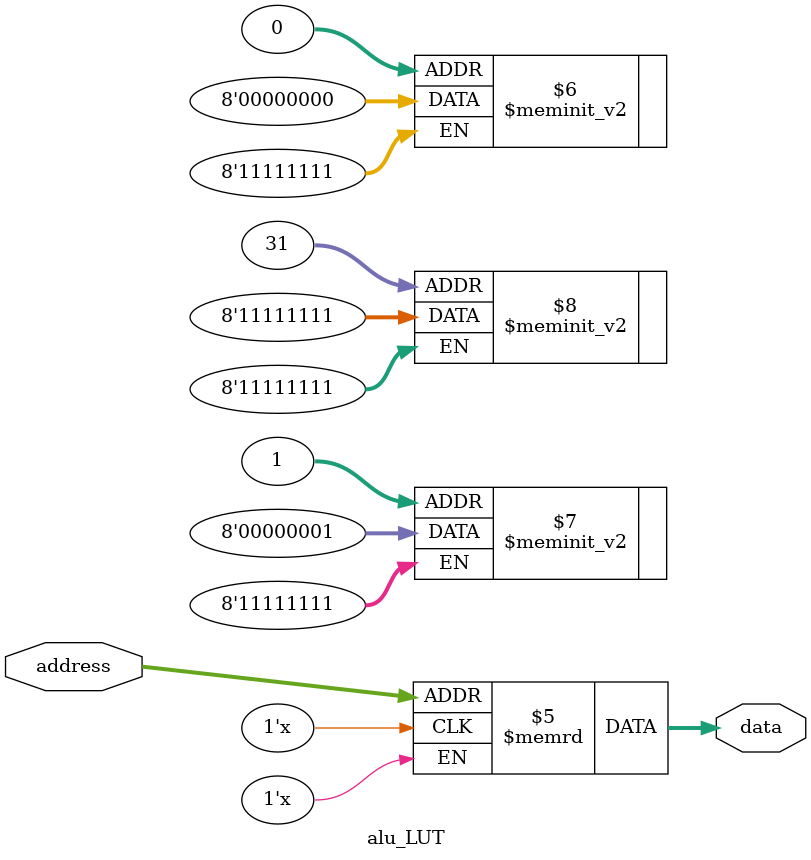
<source format=sv>
module alu_LUT (
  input [4:0] address,
  output reg [7:0] data
);

  reg [7:0] lut [0:15];

  initial begin
    lut[0] = 8'b00000000;
    lut[1] = 8'b00000001;
    // ...
    lut[31] = 8'b11111111;
  end

  always @* begin
    data = lut[address];
  end

endmodule

</source>
